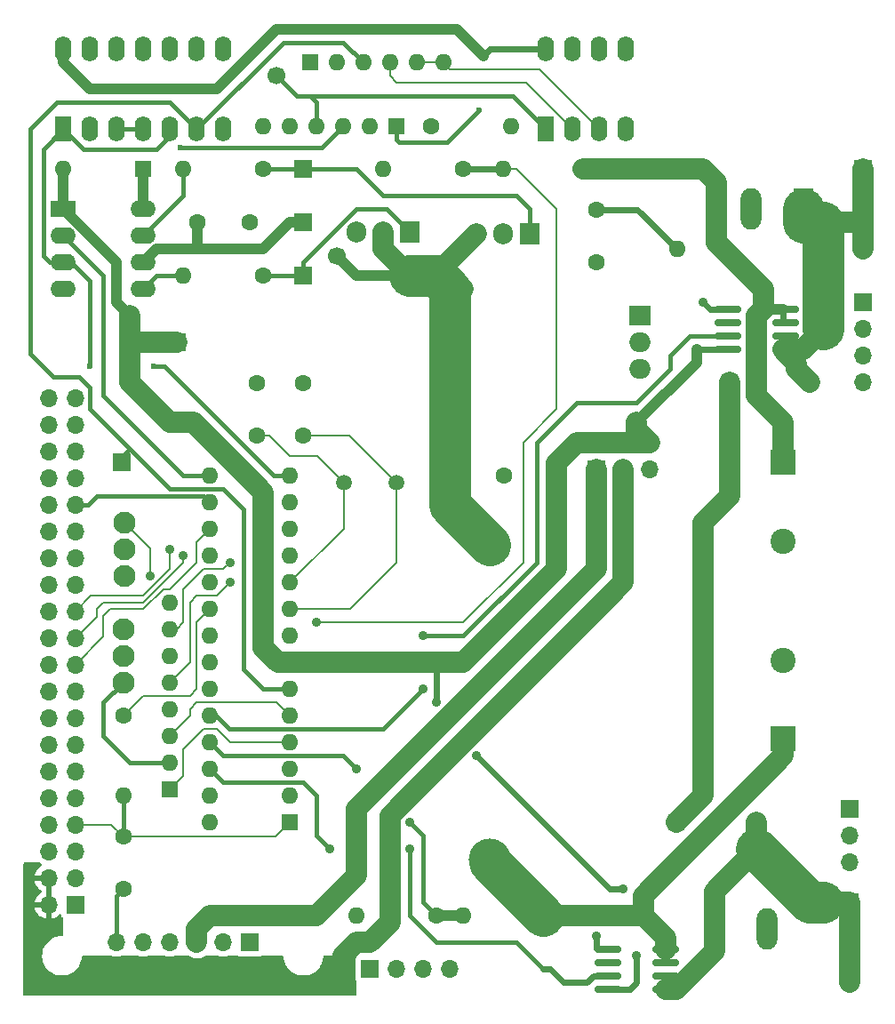
<source format=gtl>
G04 #@! TF.GenerationSoftware,KiCad,Pcbnew,(6.0.6-0)*
G04 #@! TF.CreationDate,2022-10-13T17:11:31-07:00*
G04 #@! TF.ProjectId,Atverter_vE1r5,41747665-7274-4657-925f-76453172352e,rev?*
G04 #@! TF.SameCoordinates,Original*
G04 #@! TF.FileFunction,Copper,L1,Top*
G04 #@! TF.FilePolarity,Positive*
%FSLAX46Y46*%
G04 Gerber Fmt 4.6, Leading zero omitted, Abs format (unit mm)*
G04 Created by KiCad (PCBNEW (6.0.6-0)) date 2022-10-13 17:11:31*
%MOMM*%
%LPD*%
G01*
G04 APERTURE LIST*
G04 Aperture macros list*
%AMRoundRect*
0 Rectangle with rounded corners*
0 $1 Rounding radius*
0 $2 $3 $4 $5 $6 $7 $8 $9 X,Y pos of 4 corners*
0 Add a 4 corners polygon primitive as box body*
4,1,4,$2,$3,$4,$5,$6,$7,$8,$9,$2,$3,0*
0 Add four circle primitives for the rounded corners*
1,1,$1+$1,$2,$3*
1,1,$1+$1,$4,$5*
1,1,$1+$1,$6,$7*
1,1,$1+$1,$8,$9*
0 Add four rect primitives between the rounded corners*
20,1,$1+$1,$2,$3,$4,$5,0*
20,1,$1+$1,$4,$5,$6,$7,0*
20,1,$1+$1,$6,$7,$8,$9,0*
20,1,$1+$1,$8,$9,$2,$3,0*%
G04 Aperture macros list end*
G04 #@! TA.AperFunction,ComponentPad*
%ADD10R,1.700000X1.700000*%
G04 #@! TD*
G04 #@! TA.AperFunction,ComponentPad*
%ADD11C,1.600000*%
G04 #@! TD*
G04 #@! TA.AperFunction,ComponentPad*
%ADD12O,1.600000X1.600000*%
G04 #@! TD*
G04 #@! TA.AperFunction,ComponentPad*
%ADD13C,4.000000*%
G04 #@! TD*
G04 #@! TA.AperFunction,ComponentPad*
%ADD14R,1.905000X2.000000*%
G04 #@! TD*
G04 #@! TA.AperFunction,ComponentPad*
%ADD15O,1.905000X2.000000*%
G04 #@! TD*
G04 #@! TA.AperFunction,ComponentPad*
%ADD16O,1.700000X1.700000*%
G04 #@! TD*
G04 #@! TA.AperFunction,ComponentPad*
%ADD17R,2.400000X2.400000*%
G04 #@! TD*
G04 #@! TA.AperFunction,ComponentPad*
%ADD18C,2.400000*%
G04 #@! TD*
G04 #@! TA.AperFunction,SMDPad,CuDef*
%ADD19RoundRect,0.150000X1.100000X0.150000X-1.100000X0.150000X-1.100000X-0.150000X1.100000X-0.150000X0*%
G04 #@! TD*
G04 #@! TA.AperFunction,ComponentPad*
%ADD20R,1.600000X1.600000*%
G04 #@! TD*
G04 #@! TA.AperFunction,ComponentPad*
%ADD21C,2.100000*%
G04 #@! TD*
G04 #@! TA.AperFunction,ComponentPad*
%ADD22R,1.600000X2.400000*%
G04 #@! TD*
G04 #@! TA.AperFunction,ComponentPad*
%ADD23O,1.600000X2.400000*%
G04 #@! TD*
G04 #@! TA.AperFunction,ComponentPad*
%ADD24C,1.500000*%
G04 #@! TD*
G04 #@! TA.AperFunction,ComponentPad*
%ADD25R,2.400000X1.600000*%
G04 #@! TD*
G04 #@! TA.AperFunction,ComponentPad*
%ADD26O,2.400000X1.600000*%
G04 #@! TD*
G04 #@! TA.AperFunction,ComponentPad*
%ADD27R,1.980000X3.960000*%
G04 #@! TD*
G04 #@! TA.AperFunction,ComponentPad*
%ADD28O,1.980000X3.960000*%
G04 #@! TD*
G04 #@! TA.AperFunction,ComponentPad*
%ADD29R,2.000000X1.905000*%
G04 #@! TD*
G04 #@! TA.AperFunction,ComponentPad*
%ADD30O,2.000000X1.905000*%
G04 #@! TD*
G04 #@! TA.AperFunction,ViaPad*
%ADD31C,0.600000*%
G04 #@! TD*
G04 #@! TA.AperFunction,ViaPad*
%ADD32C,1.700000*%
G04 #@! TD*
G04 #@! TA.AperFunction,ViaPad*
%ADD33C,0.900000*%
G04 #@! TD*
G04 #@! TA.AperFunction,Conductor*
%ADD34C,0.400000*%
G04 #@! TD*
G04 #@! TA.AperFunction,Conductor*
%ADD35C,1.000000*%
G04 #@! TD*
G04 #@! TA.AperFunction,Conductor*
%ADD36C,2.000000*%
G04 #@! TD*
G04 #@! TA.AperFunction,Conductor*
%ADD37C,4.000000*%
G04 #@! TD*
G04 #@! TA.AperFunction,Conductor*
%ADD38C,0.127000*%
G04 #@! TD*
G04 #@! TA.AperFunction,Conductor*
%ADD39C,0.600000*%
G04 #@! TD*
G04 #@! TA.AperFunction,Conductor*
%ADD40C,0.200000*%
G04 #@! TD*
G04 APERTURE END LIST*
D10*
X91440000Y-60960000D03*
D11*
X74295000Y-107950000D03*
D12*
X74295000Y-115570000D03*
D13*
X109220000Y-91680000D03*
X109220000Y-121680000D03*
D14*
X101600000Y-61890000D03*
D15*
X99060000Y-61890000D03*
X96520000Y-61890000D03*
D10*
X144780000Y-68590000D03*
D16*
X144780000Y-71130000D03*
X144780000Y-73670000D03*
X144780000Y-76210000D03*
D10*
X91440000Y-66040000D03*
D11*
X87630000Y-55880000D03*
D12*
X80010000Y-55880000D03*
D17*
X137160000Y-83820000D03*
D18*
X137160000Y-91320000D03*
D11*
X87630000Y-66040000D03*
D12*
X80010000Y-66040000D03*
D19*
X137370000Y-73025000D03*
X137370000Y-71755000D03*
X137370000Y-70485000D03*
X137370000Y-69215000D03*
X131870000Y-69215000D03*
X131870000Y-70485000D03*
X131870000Y-71755000D03*
X131870000Y-73025000D03*
D20*
X90160000Y-118100000D03*
D12*
X90160000Y-115560000D03*
X90160000Y-113020000D03*
X90160000Y-110480000D03*
X90160000Y-107940000D03*
X90160000Y-105400000D03*
X90160000Y-102860000D03*
X90160000Y-100320000D03*
X90160000Y-97780000D03*
X90160000Y-95240000D03*
X90160000Y-92700000D03*
X90160000Y-90160000D03*
X90160000Y-87620000D03*
X90160000Y-85080000D03*
X82540000Y-85080000D03*
X82540000Y-87620000D03*
X82540000Y-90160000D03*
X82540000Y-92700000D03*
X82540000Y-95240000D03*
X82540000Y-97780000D03*
X82540000Y-100320000D03*
X82540000Y-102860000D03*
X82540000Y-105400000D03*
X82540000Y-107940000D03*
X82540000Y-110480000D03*
X82540000Y-113020000D03*
X82540000Y-115560000D03*
X82540000Y-118100000D03*
D11*
X74295000Y-124460000D03*
X74295000Y-119460000D03*
X114300000Y-127000000D03*
D12*
X106680000Y-127000000D03*
D20*
X78740000Y-114945000D03*
D12*
X78740000Y-112405000D03*
X78740000Y-109865000D03*
X78740000Y-107325000D03*
X78740000Y-104785000D03*
X78740000Y-102245000D03*
X78740000Y-99705000D03*
X78740000Y-97165000D03*
D21*
X74295000Y-104775000D03*
X74295000Y-102235000D03*
X74295000Y-99695000D03*
D11*
X119380000Y-59730000D03*
X119380000Y-64730000D03*
D22*
X68575000Y-52085000D03*
D23*
X71115000Y-52085000D03*
X73655000Y-52085000D03*
X76195000Y-52085000D03*
X78735000Y-52085000D03*
X81275000Y-52085000D03*
X83815000Y-52085000D03*
X83815000Y-44465000D03*
X81275000Y-44465000D03*
X78735000Y-44465000D03*
X76195000Y-44465000D03*
X73655000Y-44465000D03*
X71115000Y-44465000D03*
X68575000Y-44465000D03*
D21*
X74360370Y-94615000D03*
X74360370Y-92075000D03*
X74360370Y-89535000D03*
D14*
X113030000Y-62080000D03*
D15*
X110490000Y-62080000D03*
X107950000Y-62080000D03*
D11*
X86995000Y-81240000D03*
X86995000Y-76240000D03*
D10*
X119380000Y-84455000D03*
D16*
X119380000Y-81915000D03*
X121920000Y-84455000D03*
X121920000Y-81915000D03*
X124460000Y-84455000D03*
X124460000Y-81915000D03*
D11*
X104140000Y-127000000D03*
D12*
X96520000Y-127000000D03*
D22*
X114564000Y-52085000D03*
D23*
X117104000Y-52085000D03*
X119644000Y-52085000D03*
X122184000Y-52085000D03*
X122184000Y-44465000D03*
X119644000Y-44465000D03*
X117104000Y-44465000D03*
X114564000Y-44465000D03*
D11*
X103632000Y-51816000D03*
D12*
X111252000Y-51816000D03*
D24*
X95290000Y-85725000D03*
X100290000Y-85725000D03*
D20*
X92075000Y-45720000D03*
D12*
X94615000Y-45720000D03*
X97155000Y-45720000D03*
X99695000Y-45720000D03*
X102235000Y-45720000D03*
X104775000Y-45720000D03*
D20*
X132080000Y-76200000D03*
D12*
X139700000Y-76200000D03*
D11*
X115530000Y-85090000D03*
X110530000Y-85090000D03*
D10*
X79375000Y-72390000D03*
D20*
X76190000Y-55870000D03*
D12*
X68570000Y-55870000D03*
D19*
X125940000Y-133985000D03*
X125940000Y-132715000D03*
X125940000Y-131445000D03*
X125940000Y-130175000D03*
X120440000Y-130175000D03*
X120440000Y-131445000D03*
X120440000Y-132715000D03*
X120440000Y-133985000D03*
D25*
X68580000Y-59690000D03*
D26*
X68580000Y-62230000D03*
X68580000Y-64770000D03*
X68580000Y-67310000D03*
X76200000Y-67310000D03*
X76200000Y-64770000D03*
X76200000Y-62230000D03*
X76200000Y-59690000D03*
D27*
X139065000Y-59690000D03*
D28*
X134065000Y-59690000D03*
D17*
X137160000Y-110157780D03*
D18*
X137160000Y-102657780D03*
D10*
X143510000Y-116855000D03*
D16*
X143510000Y-119395000D03*
X143510000Y-121935000D03*
D20*
X127000000Y-118110000D03*
D12*
X134620000Y-118110000D03*
D11*
X127015000Y-55880000D03*
D12*
X127015000Y-63500000D03*
D11*
X106680000Y-55880000D03*
D12*
X99060000Y-55880000D03*
D11*
X86360000Y-60960000D03*
X81360000Y-60960000D03*
D10*
X86360000Y-129540000D03*
D16*
X83820000Y-129540000D03*
X81280000Y-129540000D03*
X78740000Y-129540000D03*
X76200000Y-129540000D03*
X73660000Y-129540000D03*
D10*
X143510000Y-125730000D03*
D16*
X143510000Y-128270000D03*
X143510000Y-130810000D03*
X143510000Y-133350000D03*
D10*
X91440000Y-55880000D03*
X97790000Y-132080000D03*
D16*
X100330000Y-132080000D03*
X102870000Y-132080000D03*
X105410000Y-132080000D03*
D10*
X144780000Y-55890000D03*
D16*
X144780000Y-58430000D03*
X144780000Y-60970000D03*
X144780000Y-63510000D03*
D29*
X123515000Y-69850000D03*
D30*
X123515000Y-72390000D03*
X123515000Y-74930000D03*
D11*
X118110000Y-55880000D03*
D12*
X110490000Y-55880000D03*
D27*
X130585000Y-128270000D03*
D28*
X135585000Y-128270000D03*
D20*
X100330000Y-51816000D03*
D12*
X97790000Y-51816000D03*
X95250000Y-51816000D03*
X92710000Y-51816000D03*
X90170000Y-51816000D03*
X87630000Y-51816000D03*
D11*
X91440000Y-76240000D03*
X91440000Y-81240000D03*
D10*
X74168000Y-83820000D03*
X69710000Y-125940000D03*
D16*
X67170000Y-125940000D03*
X69710000Y-123400000D03*
X67170000Y-123400000D03*
X69710000Y-120860000D03*
X67170000Y-120860000D03*
X69710000Y-118320000D03*
X67170000Y-118320000D03*
X69710000Y-115780000D03*
X67170000Y-115780000D03*
X69710000Y-113240000D03*
X67170000Y-113240000D03*
X69710000Y-110700000D03*
X67170000Y-110700000D03*
X69710000Y-108160000D03*
X67170000Y-108160000D03*
X69710000Y-105620000D03*
X67170000Y-105620000D03*
X69710000Y-103080000D03*
X67170000Y-103080000D03*
X69710000Y-100540000D03*
X67170000Y-100540000D03*
X69710000Y-98000000D03*
X67170000Y-98000000D03*
X69710000Y-95460000D03*
X67170000Y-95460000D03*
X69710000Y-92920000D03*
X67170000Y-92920000D03*
X69710000Y-90380000D03*
X67170000Y-90380000D03*
X69710000Y-87840000D03*
X67170000Y-87840000D03*
X69710000Y-85300000D03*
X67170000Y-85300000D03*
X69710000Y-82760000D03*
X67170000Y-82760000D03*
X69710000Y-80220000D03*
X67170000Y-80220000D03*
X69710000Y-77680000D03*
X67170000Y-77680000D03*
D31*
X108585000Y-45085000D03*
X108204000Y-50292000D03*
D32*
X94615000Y-64135000D03*
D33*
X119380000Y-128905000D03*
X129540000Y-68580000D03*
X121920000Y-124460000D03*
X107950000Y-111760000D03*
X123190000Y-130810000D03*
X104140000Y-106680000D03*
X102870000Y-100330000D03*
X102870000Y-105410000D03*
X101600000Y-120650000D03*
X93980000Y-120650000D03*
X84455000Y-95250000D03*
X80010000Y-92710000D03*
X78740000Y-92075000D03*
X92710000Y-99060000D03*
X101600000Y-118110000D03*
X96520000Y-113030000D03*
X84455000Y-93345000D03*
D31*
X77216000Y-74676000D03*
X71120000Y-74676000D03*
D33*
X76835000Y-94615000D03*
D32*
X88900000Y-46990000D03*
D31*
X79756000Y-53848000D03*
D34*
X100330000Y-51816000D02*
X100330000Y-53086000D01*
X105156000Y-53340000D02*
X108204000Y-50292000D01*
X100330000Y-53086000D02*
X100584000Y-53340000D01*
X100584000Y-53340000D02*
X105156000Y-53340000D01*
D35*
X76190000Y-59680000D02*
X76200000Y-59690000D01*
X76190000Y-55870000D02*
X76190000Y-59680000D01*
X96520000Y-66040000D02*
X101600000Y-66040000D01*
D36*
X104140000Y-65890000D02*
X104140000Y-66040000D01*
D37*
X105410000Y-67310000D02*
X104140000Y-66040000D01*
D35*
X77470000Y-63500000D02*
X81280000Y-63500000D01*
X91440000Y-60960000D02*
X90170000Y-60960000D01*
X87630000Y-63500000D02*
X81280000Y-63500000D01*
X94615000Y-64135000D02*
X96520000Y-66040000D01*
D36*
X106680000Y-67310000D02*
X105410000Y-67310000D01*
D35*
X90170000Y-60960000D02*
X87630000Y-63500000D01*
X81360000Y-63420000D02*
X81360000Y-60960000D01*
D38*
X109220000Y-91680000D02*
X109220000Y-91440000D01*
D37*
X104140000Y-66040000D02*
X101600000Y-66040000D01*
X105410000Y-87870000D02*
X105410000Y-67310000D01*
X109220000Y-91680000D02*
X105410000Y-87870000D01*
D36*
X107950000Y-62080000D02*
X104140000Y-65890000D01*
X99060000Y-61890000D02*
X99060000Y-63500000D01*
X99060000Y-63500000D02*
X101600000Y-66040000D01*
D35*
X76200000Y-64770000D02*
X77470000Y-63500000D01*
X81280000Y-63500000D02*
X81360000Y-63420000D01*
D34*
X73660000Y-125095000D02*
X74295000Y-124460000D01*
X73660000Y-129540000D02*
X73660000Y-125095000D01*
D39*
X119380000Y-130110000D02*
X119445000Y-130175000D01*
X132145000Y-69215000D02*
X130175000Y-69215000D01*
X119380000Y-128905000D02*
X119380000Y-130110000D01*
X130175000Y-69215000D02*
X129540000Y-68580000D01*
X119445000Y-133985000D02*
X121285000Y-133985000D01*
X123190000Y-130810000D02*
X123190000Y-133350000D01*
D35*
X74930000Y-69850000D02*
X73660000Y-68580000D01*
D39*
X128905000Y-73025000D02*
X132145000Y-73025000D01*
D36*
X115530000Y-85090000D02*
X115530000Y-83860000D01*
D39*
X109205000Y-44465000D02*
X114564000Y-44465000D01*
D35*
X68580000Y-59690000D02*
X68580000Y-55880000D01*
D36*
X115530000Y-93940000D02*
X106610000Y-102860000D01*
X87630000Y-101461370D02*
X87630000Y-86677500D01*
D39*
X104140000Y-106680000D02*
X104140000Y-102870000D01*
D35*
X128905000Y-74295000D02*
X123190000Y-80010000D01*
X88900000Y-42545000D02*
X106045000Y-42545000D01*
D36*
X89028630Y-102860000D02*
X87630000Y-101461370D01*
D39*
X121920000Y-124460000D02*
X120650000Y-124460000D01*
D35*
X71120000Y-48260000D02*
X83185000Y-48260000D01*
D39*
X123190000Y-133350000D02*
X122555000Y-133985000D01*
D36*
X124460000Y-81915000D02*
X123190000Y-80645000D01*
X80962500Y-80010000D02*
X78740000Y-80010000D01*
D35*
X73660000Y-64770000D02*
X68580000Y-59690000D01*
D39*
X122555000Y-133985000D02*
X120440000Y-133985000D01*
D35*
X83185000Y-48260000D02*
X88900000Y-42545000D01*
D36*
X74930000Y-72390000D02*
X79375000Y-72390000D01*
D35*
X73660000Y-68580000D02*
X73660000Y-64770000D01*
D36*
X106610000Y-102860000D02*
X104130000Y-102860000D01*
D40*
X76200000Y-106045000D02*
X74295000Y-107950000D01*
D35*
X106045000Y-42545000D02*
X108585000Y-45085000D01*
D36*
X74930000Y-76200000D02*
X74930000Y-72390000D01*
X74930000Y-72390000D02*
X74930000Y-69850000D01*
X123190000Y-80645000D02*
X123190000Y-80010000D01*
D35*
X68580000Y-55880000D02*
X68570000Y-55870000D01*
D36*
X90160000Y-102860000D02*
X89028630Y-102860000D01*
X121920000Y-81915000D02*
X124460000Y-81915000D01*
D35*
X128905000Y-73025000D02*
X128905000Y-74295000D01*
D40*
X80645000Y-106045000D02*
X76200000Y-106045000D01*
D39*
X120650000Y-124460000D02*
X107950000Y-111760000D01*
D40*
X81280000Y-99040000D02*
X81280000Y-105410000D01*
D35*
X68575000Y-44465000D02*
X68575000Y-45715000D01*
D36*
X104130000Y-102860000D02*
X99070000Y-102860000D01*
D39*
X108585000Y-45085000D02*
X109205000Y-44465000D01*
D36*
X117475000Y-81915000D02*
X119380000Y-81915000D01*
D35*
X68575000Y-45715000D02*
X71120000Y-48260000D01*
D39*
X104140000Y-102870000D02*
X104130000Y-102860000D01*
D36*
X87630000Y-86677500D02*
X80962500Y-80010000D01*
X99070000Y-102860000D02*
X90160000Y-102860000D01*
X119380000Y-81915000D02*
X121920000Y-81915000D01*
D40*
X81280000Y-105410000D02*
X80645000Y-106045000D01*
X82540000Y-97780000D02*
X81280000Y-99040000D01*
D36*
X115530000Y-85090000D02*
X115530000Y-93940000D01*
X115530000Y-83860000D02*
X117475000Y-81915000D01*
X78740000Y-80010000D02*
X74930000Y-76200000D01*
X132080000Y-86995000D02*
X132080000Y-76200000D01*
X129540000Y-115570000D02*
X129540000Y-89535000D01*
X127000000Y-118110000D02*
X129540000Y-115570000D01*
X129540000Y-89535000D02*
X132080000Y-86995000D01*
X119380000Y-93980000D02*
X119380000Y-84455000D01*
X81280000Y-129540000D02*
X81280000Y-128270000D01*
X96520000Y-123190000D02*
X96520000Y-116840000D01*
X96520000Y-116840000D02*
X119380000Y-93980000D01*
X82550000Y-127000000D02*
X92710000Y-127000000D01*
X81280000Y-128270000D02*
X82550000Y-127000000D01*
X92710000Y-127000000D02*
X96520000Y-123190000D01*
D34*
X117475000Y-78105000D02*
X113665000Y-81915000D01*
X126365000Y-74930000D02*
X123190000Y-78105000D01*
X84423870Y-109220000D02*
X83143870Y-107940000D01*
X113665000Y-93345000D02*
X106680000Y-100330000D01*
X113665000Y-81915000D02*
X113665000Y-93345000D01*
X106680000Y-100330000D02*
X102870000Y-100330000D01*
X102870000Y-105410000D02*
X99060000Y-109220000D01*
X128270000Y-71755000D02*
X126365000Y-73660000D01*
X132145000Y-71755000D02*
X128270000Y-71755000D01*
X99060000Y-109220000D02*
X84423870Y-109220000D01*
X123190000Y-78105000D02*
X117475000Y-78105000D01*
X126365000Y-73660000D02*
X126365000Y-74930000D01*
X83143870Y-107940000D02*
X82540000Y-107940000D01*
X111760000Y-129540000D02*
X104140000Y-129540000D01*
D39*
X119095000Y-132715000D02*
X119445000Y-132715000D01*
D34*
X83820000Y-114300000D02*
X82540000Y-113020000D01*
X93980000Y-120650000D02*
X92710000Y-119380000D01*
D39*
X114300000Y-132080000D02*
X114935000Y-132080000D01*
X116205000Y-133350000D02*
X118460000Y-133350000D01*
D34*
X114300000Y-132080000D02*
X111760000Y-129540000D01*
X91440000Y-114300000D02*
X83820000Y-114300000D01*
X101600000Y-127000000D02*
X101600000Y-120650000D01*
D39*
X114935000Y-132080000D02*
X116205000Y-133350000D01*
D34*
X92710000Y-119380000D02*
X92710000Y-115570000D01*
X92710000Y-115570000D02*
X91440000Y-114300000D01*
D39*
X118460000Y-133350000D02*
X119095000Y-132715000D01*
D34*
X104140000Y-129540000D02*
X101600000Y-127000000D01*
D40*
X74295000Y-119460000D02*
X88800000Y-119460000D01*
X73155000Y-118320000D02*
X74295000Y-119460000D01*
X69710000Y-118320000D02*
X73155000Y-118320000D01*
D34*
X74295000Y-119460000D02*
X74295000Y-115570000D01*
D40*
X88800000Y-119460000D02*
X90160000Y-118100000D01*
X100290000Y-93385000D02*
X100290000Y-85090000D01*
X91440000Y-81240000D02*
X95805000Y-81240000D01*
X90160000Y-97780000D02*
X95895000Y-97780000D01*
X95805000Y-81240000D02*
X100290000Y-85725000D01*
X95895000Y-97780000D02*
X100290000Y-93385000D01*
X88225000Y-81240000D02*
X90170000Y-83185000D01*
X92750000Y-83185000D02*
X95290000Y-85725000D01*
X90170000Y-83185000D02*
X92750000Y-83185000D01*
X86995000Y-81240000D02*
X88225000Y-81240000D01*
X95290000Y-85090000D02*
X95290000Y-90110000D01*
X95290000Y-90110000D02*
X90160000Y-95240000D01*
X80010000Y-113675000D02*
X78740000Y-114945000D01*
X83185000Y-109220000D02*
X81915000Y-109220000D01*
X80010000Y-111125000D02*
X80010000Y-113675000D01*
X81915000Y-109220000D02*
X80010000Y-111125000D01*
X90160000Y-110480000D02*
X84445000Y-110480000D01*
X84445000Y-110480000D02*
X83185000Y-109220000D01*
X80645000Y-107315000D02*
X80645000Y-107960000D01*
X80645000Y-107960000D02*
X78740000Y-109865000D01*
X81280000Y-106680000D02*
X80645000Y-107315000D01*
X90160000Y-107940000D02*
X88900000Y-106680000D01*
X88900000Y-106680000D02*
X81280000Y-106680000D01*
D34*
X89545000Y-43815000D02*
X95250000Y-43815000D01*
X78720000Y-49530000D02*
X81275000Y-52085000D01*
X95250000Y-43815000D02*
X97155000Y-45720000D01*
X85725000Y-103505000D02*
X85725000Y-88265000D01*
X74930000Y-82550000D02*
X74168000Y-83312000D01*
X74930000Y-82550000D02*
X71120000Y-78740000D01*
X78740000Y-86360000D02*
X74930000Y-82550000D01*
X81275000Y-52085000D02*
X89545000Y-43815000D01*
X67630999Y-75692000D02*
X65405000Y-73466001D01*
X85725000Y-88265000D02*
X83820000Y-86360000D01*
X74168000Y-83312000D02*
X74168000Y-83820000D01*
X71120000Y-78740000D02*
X71120000Y-76708000D01*
X83820000Y-86360000D02*
X78740000Y-86360000D01*
X65405000Y-52070000D02*
X67945000Y-49530000D01*
X71120000Y-76708000D02*
X70104000Y-75692000D01*
X67945000Y-49530000D02*
X78720000Y-49530000D01*
X70104000Y-75692000D02*
X67630999Y-75692000D01*
X65405000Y-73466001D02*
X65405000Y-52070000D01*
X87620000Y-105400000D02*
X85725000Y-103505000D01*
X90160000Y-105400000D02*
X87620000Y-105400000D01*
D40*
X80645000Y-102880000D02*
X78740000Y-104785000D01*
X84455000Y-95250000D02*
X83185000Y-96520000D01*
X80645000Y-97155000D02*
X80645000Y-102880000D01*
X83185000Y-96520000D02*
X81280000Y-96520000D01*
X81280000Y-96520000D02*
X80645000Y-97155000D01*
D34*
X80000000Y-85080000D02*
X72390000Y-77470000D01*
X82540000Y-85080000D02*
X80000000Y-85080000D01*
X72390000Y-77470000D02*
X72390000Y-66040000D01*
X72390000Y-66040000D02*
X68580000Y-62230000D01*
D40*
X69710000Y-103080000D02*
X72390000Y-100400000D01*
X81280000Y-91440000D02*
X82540000Y-90180000D01*
X78740000Y-95885000D02*
X81280000Y-93345000D01*
X73025000Y-97790000D02*
X76200000Y-97790000D01*
X72390000Y-100400000D02*
X72390000Y-98425000D01*
X81280000Y-93345000D02*
X81280000Y-91440000D01*
X82540000Y-90180000D02*
X82540000Y-90160000D01*
X78105000Y-95885000D02*
X78740000Y-95885000D01*
X72390000Y-98425000D02*
X73025000Y-97790000D01*
X76200000Y-97790000D02*
X78105000Y-95885000D01*
X76200000Y-97155000D02*
X72390000Y-97155000D01*
X80010000Y-93345000D02*
X76200000Y-97155000D01*
X80010000Y-92710000D02*
X80010000Y-93345000D01*
X71755000Y-98495000D02*
X69710000Y-100540000D01*
X72390000Y-97155000D02*
X71755000Y-97790000D01*
X71755000Y-97790000D02*
X71755000Y-98495000D01*
X78740000Y-93980000D02*
X76200000Y-96520000D01*
X76200000Y-96520000D02*
X71190000Y-96520000D01*
X71190000Y-96520000D02*
X69710000Y-98000000D01*
X78740000Y-92075000D02*
X78740000Y-93980000D01*
X111760000Y-55880000D02*
X115570000Y-59690000D01*
X115570000Y-78740000D02*
X112395000Y-81915000D01*
X111760000Y-55880000D02*
X110490000Y-55880000D01*
X115570000Y-59690000D02*
X115570000Y-78740000D01*
X112395000Y-81915000D02*
X112395000Y-93345000D01*
D39*
X106680000Y-55880000D02*
X109863000Y-55880000D01*
D40*
X106680000Y-99060000D02*
X92710000Y-99060000D01*
X112395000Y-93345000D02*
X106680000Y-99060000D01*
D34*
X104140000Y-127000000D02*
X102870000Y-125730000D01*
X95250000Y-111760000D02*
X83820000Y-111760000D01*
X102870000Y-119380000D02*
X101600000Y-118110000D01*
X83820000Y-111760000D02*
X82540000Y-110480000D01*
D35*
X106680000Y-127000000D02*
X104140000Y-127000000D01*
D34*
X96520000Y-113030000D02*
X95250000Y-111760000D01*
X102870000Y-125730000D02*
X102870000Y-119380000D01*
D36*
X95250000Y-130810000D02*
X96520000Y-129540000D01*
X97790000Y-129540000D02*
X99695000Y-127635000D01*
X99695000Y-127635000D02*
X99695000Y-117475000D01*
X99695000Y-117475000D02*
X121920000Y-95250000D01*
X121920000Y-95250000D02*
X121920000Y-84455000D01*
X95250000Y-132080000D02*
X95250000Y-130810000D01*
X96520000Y-129540000D02*
X97790000Y-129540000D01*
D34*
X80010000Y-58420000D02*
X80010000Y-55880000D01*
X76200000Y-62230000D02*
X80010000Y-58420000D01*
D39*
X123245000Y-59730000D02*
X127015000Y-63500000D01*
X119380000Y-59730000D02*
X123245000Y-59730000D01*
D34*
X76200000Y-67310000D02*
X77470000Y-66040000D01*
X77470000Y-66040000D02*
X80010000Y-66040000D01*
D36*
X129540000Y-55880000D02*
X127015000Y-55880000D01*
X118110000Y-55880000D02*
X127015000Y-55880000D01*
X135255000Y-69215000D02*
X134620000Y-69850000D01*
D35*
X135255000Y-69215000D02*
X137095000Y-69215000D01*
D39*
X137095000Y-69215000D02*
X137095000Y-70485000D01*
D36*
X130810000Y-62865000D02*
X130810000Y-57150000D01*
X130810000Y-57150000D02*
X129540000Y-55880000D01*
X135255000Y-67310000D02*
X130810000Y-62865000D01*
X135255000Y-69215000D02*
X135255000Y-67310000D01*
X134620000Y-69850000D02*
X134620000Y-77470000D01*
X137160000Y-80010000D02*
X137160000Y-83820000D01*
X134620000Y-77470000D02*
X137160000Y-80010000D01*
X123825000Y-125095000D02*
X123825000Y-127000000D01*
D39*
X125940000Y-130175000D02*
X125940000Y-131445000D01*
D37*
X109220000Y-121920000D02*
X114300000Y-127000000D01*
D36*
X137160000Y-111760000D02*
X123825000Y-125095000D01*
X123825000Y-127000000D02*
X125940000Y-129115000D01*
X137160000Y-110157780D02*
X137160000Y-111760000D01*
D37*
X109220000Y-121680000D02*
X109220000Y-121920000D01*
D36*
X125940000Y-129115000D02*
X125940000Y-130175000D01*
X114300000Y-127000000D02*
X123825000Y-127000000D01*
D34*
X81915000Y-86995000D02*
X82540000Y-87620000D01*
X71755000Y-86995000D02*
X81915000Y-86995000D01*
X70910000Y-87840000D02*
X71755000Y-86995000D01*
X69710000Y-87840000D02*
X70910000Y-87840000D01*
X111760000Y-58420000D02*
X113030000Y-59690000D01*
X87630000Y-55880000D02*
X91440000Y-55880000D01*
X91440000Y-55880000D02*
X96520000Y-55880000D01*
X99060000Y-58420000D02*
X111760000Y-58420000D01*
X96520000Y-55880000D02*
X99060000Y-58420000D01*
X113030000Y-59690000D02*
X113030000Y-62080000D01*
X99400000Y-59690000D02*
X101600000Y-61890000D01*
X96520000Y-59690000D02*
X99400000Y-59690000D01*
X87630000Y-66040000D02*
X91440000Y-66040000D01*
X91440000Y-66040000D02*
X91440000Y-64770000D01*
X91440000Y-64770000D02*
X96520000Y-59690000D01*
D40*
X80010000Y-95885000D02*
X80010000Y-99060000D01*
X81915000Y-93980000D02*
X80010000Y-95885000D01*
X79365000Y-99705000D02*
X78740000Y-99705000D01*
X84455000Y-93345000D02*
X83820000Y-93980000D01*
X83820000Y-93980000D02*
X81915000Y-93980000D01*
X80010000Y-99060000D02*
X79365000Y-99705000D01*
D34*
X90160000Y-85080000D02*
X88636000Y-85080000D01*
X88636000Y-85080000D02*
X79248000Y-75692000D01*
X78735000Y-52085000D02*
X78735000Y-52710000D01*
X79248000Y-75692000D02*
X78232000Y-74676000D01*
X67310000Y-64770000D02*
X66675000Y-64135000D01*
X78735000Y-52710000D02*
X77470000Y-53975000D01*
X68580000Y-64770000D02*
X69342000Y-64770000D01*
X69342000Y-64770000D02*
X71120000Y-66548000D01*
X71120000Y-66548000D02*
X71120000Y-74676000D01*
X78232000Y-74676000D02*
X77216000Y-74676000D01*
X70465000Y-53975000D02*
X68575000Y-52085000D01*
X77470000Y-53975000D02*
X70465000Y-53975000D01*
X66675000Y-64135000D02*
X66675000Y-53985000D01*
X66675000Y-53985000D02*
X68575000Y-52085000D01*
X68580000Y-64770000D02*
X67310000Y-64770000D01*
X74940000Y-112405000D02*
X72390000Y-109855000D01*
X72390000Y-109855000D02*
X72390000Y-106680000D01*
X72390000Y-106680000D02*
X74295000Y-104775000D01*
X78740000Y-112405000D02*
X74940000Y-112405000D01*
D40*
X76835000Y-92009630D02*
X74360370Y-89535000D01*
X76835000Y-94615000D02*
X76835000Y-92009630D01*
D34*
X92710000Y-49530000D02*
X92710000Y-51816000D01*
X88900000Y-46990000D02*
X90805000Y-48895000D01*
X92075000Y-48895000D02*
X111379000Y-48895000D01*
X92075000Y-48895000D02*
X92710000Y-49530000D01*
X111379000Y-48895000D02*
X114564000Y-52080000D01*
X90805000Y-48895000D02*
X92075000Y-48895000D01*
X114564000Y-52080000D02*
X114564000Y-52085000D01*
D36*
X144780000Y-60970000D02*
X144780000Y-58430000D01*
X138430000Y-74930000D02*
X139700000Y-76200000D01*
D37*
X140970000Y-71120000D02*
X140970000Y-60960000D01*
D36*
X138430000Y-74360000D02*
X137095000Y-73025000D01*
D37*
X139065000Y-60960000D02*
X140970000Y-60960000D01*
D36*
X137095000Y-73025000D02*
X137795000Y-73025000D01*
X138430000Y-74360000D02*
X138430000Y-74930000D01*
D37*
X139065000Y-60960000D02*
X139065000Y-59690000D01*
D36*
X139700000Y-72390000D02*
X140970000Y-71120000D01*
X137795000Y-73025000D02*
X139065000Y-73025000D01*
D39*
X137095000Y-73025000D02*
X137095000Y-71755000D01*
D36*
X144780000Y-55890000D02*
X144780000Y-58430000D01*
X140980000Y-60970000D02*
X144780000Y-60970000D01*
X139065000Y-73025000D02*
X139700000Y-72390000D01*
X144780000Y-60970000D02*
X144780000Y-63510000D01*
X130585000Y-130400000D02*
X130585000Y-128270000D01*
X143510000Y-128270000D02*
X143510000Y-130810000D01*
X143510000Y-125730000D02*
X140970000Y-125730000D01*
X143510000Y-130810000D02*
X143510000Y-133350000D01*
D37*
X139700000Y-125730000D02*
X134620000Y-120650000D01*
D36*
X130585000Y-124685000D02*
X134620000Y-120650000D01*
X134620000Y-120650000D02*
X134620000Y-118110000D01*
X143510000Y-125730000D02*
X143510000Y-128270000D01*
X130585000Y-128270000D02*
X130585000Y-124685000D01*
D39*
X125940000Y-132715000D02*
X125940000Y-133985000D01*
D36*
X125940000Y-133985000D02*
X127000000Y-133985000D01*
D37*
X140970000Y-125730000D02*
X139700000Y-125730000D01*
D36*
X127000000Y-133985000D02*
X130585000Y-130400000D01*
D40*
X99695000Y-46990000D02*
X100330000Y-47625000D01*
X100330000Y-47625000D02*
X112644000Y-47625000D01*
X99695000Y-45720000D02*
X99695000Y-46990000D01*
X112644000Y-47625000D02*
X117104000Y-52085000D01*
X113914000Y-46355000D02*
X119644000Y-52085000D01*
X102235000Y-45720000D02*
X104775000Y-45720000D01*
X105410000Y-46355000D02*
X113914000Y-46355000D01*
X104775000Y-45720000D02*
X105410000Y-46355000D01*
D34*
X93218000Y-53848000D02*
X79756000Y-53848000D01*
X73655000Y-52085000D02*
X76195000Y-52085000D01*
X95250000Y-51816000D02*
X93218000Y-53848000D01*
G04 #@! TA.AperFunction,Conductor*
G36*
X66342546Y-121940002D02*
G01*
X66354909Y-121949055D01*
X66388126Y-121976632D01*
X66392589Y-121979240D01*
X66461955Y-122019774D01*
X66510679Y-122071412D01*
X66523750Y-122141195D01*
X66497019Y-122206967D01*
X66456562Y-122240327D01*
X66448457Y-122244546D01*
X66439738Y-122250036D01*
X66269433Y-122377905D01*
X66261726Y-122384748D01*
X66114590Y-122538717D01*
X66108104Y-122546727D01*
X65988098Y-122722649D01*
X65983000Y-122731623D01*
X65893338Y-122924783D01*
X65889775Y-122934470D01*
X65834389Y-123134183D01*
X65835912Y-123142607D01*
X65848292Y-123146000D01*
X67298000Y-123146000D01*
X67366121Y-123166002D01*
X67412614Y-123219658D01*
X67424000Y-123272000D01*
X67424000Y-127258517D01*
X67428064Y-127272359D01*
X67441478Y-127274393D01*
X67448184Y-127273534D01*
X67458262Y-127271392D01*
X67662255Y-127210191D01*
X67671842Y-127206433D01*
X67863095Y-127112739D01*
X67871945Y-127107464D01*
X68045328Y-126983792D01*
X68053193Y-126977145D01*
X68157897Y-126872805D01*
X68220268Y-126838889D01*
X68291075Y-126844077D01*
X68347837Y-126886723D01*
X68364819Y-126917826D01*
X68409385Y-127036705D01*
X68496739Y-127153261D01*
X68529567Y-127177864D01*
X68572080Y-127234723D01*
X68580000Y-127278689D01*
X68580000Y-128800500D01*
X68559998Y-128868621D01*
X68506342Y-128915114D01*
X68454000Y-128926500D01*
X68370566Y-128926500D01*
X68368298Y-128926665D01*
X68368286Y-128926665D01*
X68236727Y-128936211D01*
X68167378Y-128941243D01*
X68162923Y-128942227D01*
X68162920Y-128942227D01*
X67904927Y-128999186D01*
X67904923Y-128999187D01*
X67900467Y-129000171D01*
X67772663Y-129048592D01*
X67649128Y-129095395D01*
X67649125Y-129095396D01*
X67644858Y-129097013D01*
X67405906Y-129229739D01*
X67188617Y-129395569D01*
X66997542Y-129591029D01*
X66994855Y-129594721D01*
X66994853Y-129594723D01*
X66839371Y-129808333D01*
X66839368Y-129808339D01*
X66836685Y-129812024D01*
X66834563Y-129816057D01*
X66834560Y-129816062D01*
X66765334Y-129947639D01*
X66709414Y-130053926D01*
X66618397Y-130311666D01*
X66617517Y-130316132D01*
X66570896Y-130552668D01*
X66565539Y-130579845D01*
X66565312Y-130584398D01*
X66565312Y-130584401D01*
X66552230Y-130847185D01*
X66551948Y-130852846D01*
X66577909Y-131124949D01*
X66578994Y-131129383D01*
X66578995Y-131129389D01*
X66621690Y-131303868D01*
X66642878Y-131390455D01*
X66644590Y-131394681D01*
X66644591Y-131394685D01*
X66714011Y-131566074D01*
X66745493Y-131643801D01*
X66883606Y-131879680D01*
X67054323Y-132093151D01*
X67254068Y-132279742D01*
X67478656Y-132435544D01*
X67605501Y-132498648D01*
X67719296Y-132555261D01*
X67719299Y-132555262D01*
X67723383Y-132557294D01*
X67983121Y-132642440D01*
X67987612Y-132643220D01*
X67987613Y-132643220D01*
X68248650Y-132688544D01*
X68248658Y-132688545D01*
X68252431Y-132689200D01*
X68256268Y-132689391D01*
X68337233Y-132693422D01*
X68337241Y-132693422D01*
X68338804Y-132693500D01*
X68509434Y-132693500D01*
X68511702Y-132693335D01*
X68511714Y-132693335D01*
X68643273Y-132683789D01*
X68712622Y-132678757D01*
X68717077Y-132677773D01*
X68717080Y-132677773D01*
X68975073Y-132620814D01*
X68975077Y-132620813D01*
X68979533Y-132619829D01*
X69149957Y-132555261D01*
X69230872Y-132524605D01*
X69230875Y-132524604D01*
X69235142Y-132522987D01*
X69474094Y-132390261D01*
X69691383Y-132224431D01*
X69882458Y-132028971D01*
X69988527Y-131883247D01*
X70040629Y-131811667D01*
X70040632Y-131811661D01*
X70043315Y-131807976D01*
X70045437Y-131803943D01*
X70045440Y-131803938D01*
X70168460Y-131570115D01*
X70168460Y-131570114D01*
X70170586Y-131566074D01*
X70261603Y-131308334D01*
X70296873Y-131129389D01*
X70313580Y-131044627D01*
X70313581Y-131044621D01*
X70314461Y-131040155D01*
X70319958Y-130929735D01*
X70343322Y-130862693D01*
X70399223Y-130818926D01*
X70445802Y-130810000D01*
X73154243Y-130810000D01*
X73199192Y-130818290D01*
X73279692Y-130849030D01*
X73284760Y-130850061D01*
X73284763Y-130850062D01*
X73320841Y-130857402D01*
X73498597Y-130893567D01*
X73503772Y-130893757D01*
X73503774Y-130893757D01*
X73716673Y-130901564D01*
X73716677Y-130901564D01*
X73721837Y-130901753D01*
X73726957Y-130901097D01*
X73726959Y-130901097D01*
X73938288Y-130874025D01*
X73938289Y-130874025D01*
X73943416Y-130873368D01*
X73948366Y-130871883D01*
X74136919Y-130815314D01*
X74173127Y-130810000D01*
X75694243Y-130810000D01*
X75739192Y-130818290D01*
X75819692Y-130849030D01*
X75824760Y-130850061D01*
X75824763Y-130850062D01*
X75860841Y-130857402D01*
X76038597Y-130893567D01*
X76043772Y-130893757D01*
X76043774Y-130893757D01*
X76256673Y-130901564D01*
X76256677Y-130901564D01*
X76261837Y-130901753D01*
X76266957Y-130901097D01*
X76266959Y-130901097D01*
X76478288Y-130874025D01*
X76478289Y-130874025D01*
X76483416Y-130873368D01*
X76488366Y-130871883D01*
X76676919Y-130815314D01*
X76713127Y-130810000D01*
X78234243Y-130810000D01*
X78279192Y-130818290D01*
X78359692Y-130849030D01*
X78364760Y-130850061D01*
X78364763Y-130850062D01*
X78400841Y-130857402D01*
X78578597Y-130893567D01*
X78583772Y-130893757D01*
X78583774Y-130893757D01*
X78796673Y-130901564D01*
X78796677Y-130901564D01*
X78801837Y-130901753D01*
X78806957Y-130901097D01*
X78806959Y-130901097D01*
X79018288Y-130874025D01*
X79018289Y-130874025D01*
X79023416Y-130873368D01*
X79028366Y-130871883D01*
X79216919Y-130815314D01*
X79253127Y-130810000D01*
X80429126Y-130810000D01*
X80492506Y-130827101D01*
X80621704Y-130902296D01*
X80621711Y-130902299D01*
X80626078Y-130904841D01*
X80630801Y-130906654D01*
X80847978Y-130990020D01*
X80847982Y-130990021D01*
X80852702Y-130991833D01*
X80857652Y-130992867D01*
X80857655Y-130992868D01*
X81085369Y-131040440D01*
X81085373Y-131040440D01*
X81090320Y-131041474D01*
X81332817Y-131052486D01*
X81337837Y-131051905D01*
X81337841Y-131051905D01*
X81568929Y-131025167D01*
X81568933Y-131025166D01*
X81573956Y-131024585D01*
X81578820Y-131023209D01*
X81578823Y-131023208D01*
X81802669Y-130959866D01*
X81802668Y-130959866D01*
X81807532Y-130958490D01*
X81812108Y-130956356D01*
X81812114Y-130956354D01*
X82022954Y-130858038D01*
X82022958Y-130858036D01*
X82027536Y-130855901D01*
X82050029Y-130840615D01*
X82063017Y-130831788D01*
X82133840Y-130810000D01*
X83314243Y-130810000D01*
X83359192Y-130818290D01*
X83439692Y-130849030D01*
X83444760Y-130850061D01*
X83444763Y-130850062D01*
X83480841Y-130857402D01*
X83658597Y-130893567D01*
X83663772Y-130893757D01*
X83663774Y-130893757D01*
X83876673Y-130901564D01*
X83876677Y-130901564D01*
X83881837Y-130901753D01*
X83886957Y-130901097D01*
X83886959Y-130901097D01*
X84098288Y-130874025D01*
X84098289Y-130874025D01*
X84103416Y-130873368D01*
X84108366Y-130871883D01*
X84296919Y-130815314D01*
X84333127Y-130810000D01*
X85180469Y-130810000D01*
X85248590Y-130830002D01*
X85256033Y-130835173D01*
X85256113Y-130835233D01*
X85256116Y-130835235D01*
X85263295Y-130840615D01*
X85399684Y-130891745D01*
X85461866Y-130898500D01*
X87258134Y-130898500D01*
X87320316Y-130891745D01*
X87456705Y-130840615D01*
X87463884Y-130835235D01*
X87463887Y-130835233D01*
X87463967Y-130835173D01*
X87464060Y-130835138D01*
X87471763Y-130830921D01*
X87472372Y-130832033D01*
X87530473Y-130810326D01*
X87539531Y-130810000D01*
X89433310Y-130810000D01*
X89501431Y-130830002D01*
X89547924Y-130883658D01*
X89558740Y-130924032D01*
X89577909Y-131124949D01*
X89578994Y-131129383D01*
X89578995Y-131129389D01*
X89621690Y-131303868D01*
X89642878Y-131390455D01*
X89644590Y-131394681D01*
X89644591Y-131394685D01*
X89714011Y-131566074D01*
X89745493Y-131643801D01*
X89883606Y-131879680D01*
X90054323Y-132093151D01*
X90254068Y-132279742D01*
X90478656Y-132435544D01*
X90605501Y-132498648D01*
X90719296Y-132555261D01*
X90719299Y-132555262D01*
X90723383Y-132557294D01*
X90983121Y-132642440D01*
X90987612Y-132643220D01*
X90987613Y-132643220D01*
X91248650Y-132688544D01*
X91248658Y-132688545D01*
X91252431Y-132689200D01*
X91256268Y-132689391D01*
X91337233Y-132693422D01*
X91337241Y-132693422D01*
X91338804Y-132693500D01*
X91509434Y-132693500D01*
X91511702Y-132693335D01*
X91511714Y-132693335D01*
X91643273Y-132683789D01*
X91712622Y-132678757D01*
X91717077Y-132677773D01*
X91717080Y-132677773D01*
X91975073Y-132620814D01*
X91975077Y-132620813D01*
X91979533Y-132619829D01*
X92149957Y-132555261D01*
X92230872Y-132524605D01*
X92230875Y-132524604D01*
X92235142Y-132522987D01*
X92474094Y-132390261D01*
X92691383Y-132224431D01*
X92882458Y-132028971D01*
X92988527Y-131883247D01*
X93040629Y-131811667D01*
X93040632Y-131811661D01*
X93043315Y-131807976D01*
X93045437Y-131803943D01*
X93045440Y-131803938D01*
X93168460Y-131570115D01*
X93168460Y-131570114D01*
X93170586Y-131566074D01*
X93261603Y-131308334D01*
X93296873Y-131129389D01*
X93313580Y-131044627D01*
X93313581Y-131044621D01*
X93314461Y-131040155D01*
X93319958Y-130929735D01*
X93343322Y-130862693D01*
X93399223Y-130818926D01*
X93445802Y-130810000D01*
X96373081Y-130810000D01*
X96441202Y-130830002D01*
X96487695Y-130883658D01*
X96497799Y-130953932D01*
X96488161Y-130982836D01*
X96489385Y-130983295D01*
X96438255Y-131119684D01*
X96431500Y-131181866D01*
X96431500Y-132978134D01*
X96438255Y-133040316D01*
X96489385Y-133176705D01*
X96494765Y-133183884D01*
X96494767Y-133183887D01*
X96494827Y-133183967D01*
X96494862Y-133184060D01*
X96499079Y-133191763D01*
X96497967Y-133192372D01*
X96519674Y-133250473D01*
X96520000Y-133259531D01*
X96520000Y-134494000D01*
X96499998Y-134562121D01*
X96446342Y-134608614D01*
X96394000Y-134620000D01*
X64896000Y-134620000D01*
X64827879Y-134599998D01*
X64781386Y-134546342D01*
X64770000Y-134494000D01*
X64770000Y-126207966D01*
X65838257Y-126207966D01*
X65868565Y-126342446D01*
X65871645Y-126352275D01*
X65951770Y-126549603D01*
X65956413Y-126558794D01*
X66067694Y-126740388D01*
X66073777Y-126748699D01*
X66213213Y-126909667D01*
X66220580Y-126916883D01*
X66384434Y-127052916D01*
X66392881Y-127058831D01*
X66576756Y-127166279D01*
X66586042Y-127170729D01*
X66785001Y-127246703D01*
X66794899Y-127249579D01*
X66898250Y-127270606D01*
X66912299Y-127269410D01*
X66916000Y-127259065D01*
X66916000Y-126212115D01*
X66911525Y-126196876D01*
X66910135Y-126195671D01*
X66902452Y-126194000D01*
X65853225Y-126194000D01*
X65839694Y-126197973D01*
X65838257Y-126207966D01*
X64770000Y-126207966D01*
X64770000Y-125674183D01*
X65834389Y-125674183D01*
X65835912Y-125682607D01*
X65848292Y-125686000D01*
X66897885Y-125686000D01*
X66913124Y-125681525D01*
X66914329Y-125680135D01*
X66916000Y-125672452D01*
X66916000Y-123672115D01*
X66911525Y-123656876D01*
X66910135Y-123655671D01*
X66902452Y-123654000D01*
X65853225Y-123654000D01*
X65839694Y-123657973D01*
X65838257Y-123667966D01*
X65868565Y-123802446D01*
X65871645Y-123812275D01*
X65951770Y-124009603D01*
X65956413Y-124018794D01*
X66067694Y-124200388D01*
X66073777Y-124208699D01*
X66213213Y-124369667D01*
X66220580Y-124376883D01*
X66384434Y-124512916D01*
X66392881Y-124518831D01*
X66462479Y-124559501D01*
X66511203Y-124611140D01*
X66524274Y-124680923D01*
X66497543Y-124746694D01*
X66457087Y-124780053D01*
X66448462Y-124784542D01*
X66439738Y-124790036D01*
X66269433Y-124917905D01*
X66261726Y-124924748D01*
X66114590Y-125078717D01*
X66108104Y-125086727D01*
X65988098Y-125262649D01*
X65983000Y-125271623D01*
X65893338Y-125464783D01*
X65889775Y-125474470D01*
X65834389Y-125674183D01*
X64770000Y-125674183D01*
X64770000Y-122046000D01*
X64790002Y-121977879D01*
X64843658Y-121931386D01*
X64896000Y-121920000D01*
X66274425Y-121920000D01*
X66342546Y-121940002D01*
G37*
G04 #@! TD.AperFunction*
M02*

</source>
